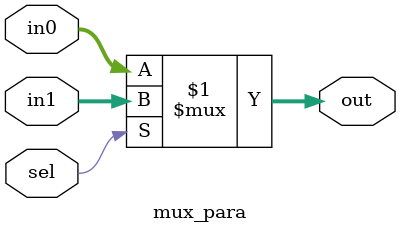
<source format=v>
`timescale 1ns / 1ps


module mux_para #(parameter N = 8) (
    input wire sel,
    input wire [N-1:0] in0,
    input wire [N-1:0] in1,
    output wire [N-1:0] out
);
    assign out = sel ? in1 : in0;
endmodule

</source>
